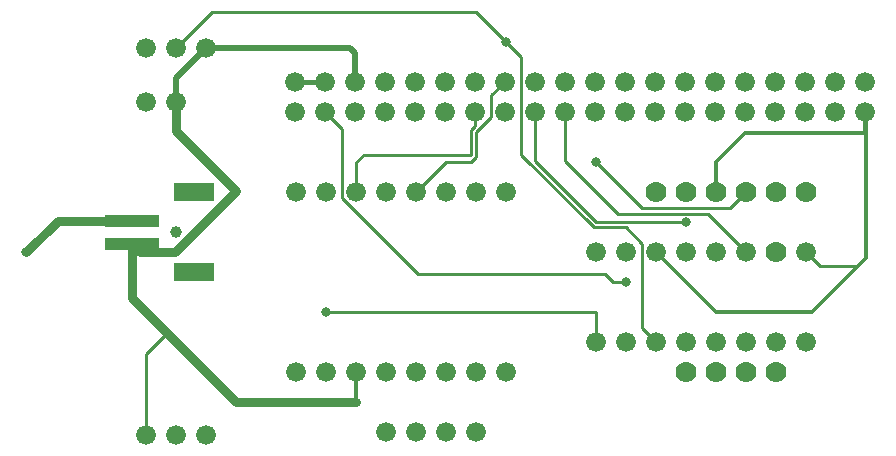
<source format=gbr>
%TF.GenerationSoftware,KiCad,Pcbnew,(6.0.7-1)-1*%
%TF.CreationDate,2022-09-05T19:59:37-07:00*%
%TF.ProjectId,KamiPCBv2,4b616d69-5043-4427-9632-2e6b69636164,rev?*%
%TF.SameCoordinates,Original*%
%TF.FileFunction,Copper,L2,Bot*%
%TF.FilePolarity,Positive*%
%FSLAX46Y46*%
G04 Gerber Fmt 4.6, Leading zero omitted, Abs format (unit mm)*
G04 Created by KiCad (PCBNEW (6.0.7-1)-1) date 2022-09-05 19:59:37*
%MOMM*%
%LPD*%
G01*
G04 APERTURE LIST*
G04 Aperture macros list*
%AMRoundRect*
0 Rectangle with rounded corners*
0 $1 Rounding radius*
0 $2 $3 $4 $5 $6 $7 $8 $9 X,Y pos of 4 corners*
0 Add a 4 corners polygon primitive as box body*
4,1,4,$2,$3,$4,$5,$6,$7,$8,$9,$2,$3,0*
0 Add four circle primitives for the rounded corners*
1,1,$1+$1,$2,$3*
1,1,$1+$1,$4,$5*
1,1,$1+$1,$6,$7*
1,1,$1+$1,$8,$9*
0 Add four rect primitives between the rounded corners*
20,1,$1+$1,$2,$3,$4,$5,0*
20,1,$1+$1,$4,$5,$6,$7,0*
20,1,$1+$1,$6,$7,$8,$9,0*
20,1,$1+$1,$8,$9,$2,$3,0*%
G04 Aperture macros list end*
%TA.AperFunction,SMDPad,CuDef*%
%ADD10R,3.400000X1.600000*%
%TD*%
%TA.AperFunction,SMDPad,CuDef*%
%ADD11R,4.600000X1.000000*%
%TD*%
%TA.AperFunction,ComponentPad*%
%ADD12C,1.778000*%
%TD*%
%TA.AperFunction,ComponentPad*%
%ADD13C,1.676400*%
%TD*%
%TA.AperFunction,SMDPad,CuDef*%
%ADD14RoundRect,0.500000X0.000000X0.000000X0.000000X0.000000X0.000000X0.000000X0.000000X0.000000X0*%
%TD*%
%TA.AperFunction,ViaPad*%
%ADD15C,0.800000*%
%TD*%
%TA.AperFunction,Conductor*%
%ADD16C,0.750000*%
%TD*%
%TA.AperFunction,Conductor*%
%ADD17C,0.406400*%
%TD*%
%TA.AperFunction,Conductor*%
%ADD18C,0.250000*%
%TD*%
%TA.AperFunction,Conductor*%
%ADD19C,0.254000*%
%TD*%
%TA.AperFunction,Conductor*%
%ADD20C,0.350000*%
%TD*%
%TA.AperFunction,Conductor*%
%ADD21C,0.500000*%
%TD*%
G04 APERTURE END LIST*
D10*
%TO.P,X1,NC2*%
%TO.N,N/C*%
X115800000Y-108400000D03*
%TO.P,X1,NC1*%
X115800000Y-101600000D03*
D11*
%TO.P,X1,*%
%TO.N,Batt+*%
X110600000Y-104000000D03*
%TO.N,GND*%
X110600000Y-106000000D03*
%TD*%
D12*
%TO.P,,2*%
%TO.N,N/C*%
X160020000Y-116840000D03*
%TD*%
%TO.P,,4*%
%TO.N,N/C*%
X165100000Y-116840000D03*
%TD*%
D13*
%TO.P,,*%
%TO.N,CH0*%
X149860000Y-114300000D03*
%TD*%
%TO.P,,11*%
%TO.N,GPIO24*%
X137160000Y-101600000D03*
%TD*%
%TO.P,,13*%
%TO.N,GPIO17*%
X132080000Y-101600000D03*
%TD*%
%TO.P,,*%
%TO.N,CH1*%
X152400000Y-114300000D03*
%TD*%
%TO.P,,*%
%TO.N,3.3V*%
X149860000Y-106680000D03*
%TD*%
D12*
%TO.P,,*%
%TO.N,GPIO16*%
X165100000Y-106680000D03*
%TD*%
D13*
%TO.P,,*%
%TO.N,CH2*%
X114300000Y-89360000D03*
%TD*%
%TO.P,,*%
%TO.N,CH2*%
X154940000Y-114300000D03*
%TD*%
%TO.P,,*%
%TO.N,M2+*%
X137160000Y-116840000D03*
%TD*%
%TO.P,,CH3*%
%TO.N,N/C*%
X157480000Y-114300000D03*
%TD*%
%TO.P,,6*%
%TO.N,GND*%
X129540000Y-116840000D03*
%TD*%
%TO.P,RPI1,1*%
%TO.N,3.3V*%
X124370757Y-94773271D03*
%TO.P,RPI1,2*%
%TO.N,5.0V*%
X124370757Y-92233271D03*
%TO.P,RPI1,3*%
%TO.N,SDA*%
X126910757Y-94773271D03*
%TO.P,RPI1,4*%
%TO.N,5.0V*%
X126910757Y-92233271D03*
%TO.P,RPI1,5*%
%TO.N,SCL*%
X129450757Y-94773271D03*
%TO.P,RPI1,6*%
%TO.N,GND*%
X129450757Y-92233271D03*
%TO.P,RPI1,7*%
%TO.N,GPIO4*%
X131990757Y-94773271D03*
%TO.P,RPI1,8*%
%TO.N,TXD*%
X131990757Y-92233271D03*
%TO.P,RPI1,9*%
%TO.N,GND*%
X134530757Y-94773271D03*
%TO.P,RPI1,10*%
%TO.N,RXD*%
X134530757Y-92233271D03*
%TO.P,RPI1,11*%
%TO.N,GPIO17*%
X137070757Y-94773271D03*
%TO.P,RPI1,12*%
%TO.N,GPIO18*%
X137070757Y-92233271D03*
%TO.P,RPI1,13*%
%TO.N,GPIO27*%
X139610757Y-94773271D03*
%TO.P,RPI1,14*%
%TO.N,GND*%
X139610757Y-92233271D03*
%TO.P,RPI1,15*%
%TO.N,GPIO22*%
X142150757Y-94773271D03*
%TO.P,RPI1,16*%
%TO.N,GPIO23*%
X142150757Y-92233271D03*
%TO.P,RPI1,17*%
%TO.N,3.3V*%
X144690757Y-94773271D03*
%TO.P,RPI1,18*%
%TO.N,GPIO24*%
X144690757Y-92233271D03*
%TO.P,RPI1,19*%
%TO.N,SPI_MOSI*%
X147230757Y-94773271D03*
%TO.P,RPI1,20*%
%TO.N,GND*%
X147230757Y-92233271D03*
%TO.P,RPI1,21*%
%TO.N,SPI_MISO*%
X149770757Y-94773271D03*
%TO.P,RPI1,22*%
%TO.N,GPIO25*%
X149770757Y-92233271D03*
%TO.P,RPI1,23*%
%TO.N,SPI_SCLK*%
X152310757Y-94773271D03*
%TO.P,RPI1,24*%
%TO.N,SPI_CE0*%
X152310757Y-92233271D03*
%TO.P,RPI1,25*%
%TO.N,GND*%
X154850757Y-94773271D03*
%TO.P,RPI1,26*%
%TO.N,SPI_CE1*%
X154850757Y-92233271D03*
%TO.P,RPI1,27*%
%TO.N,EEDATA*%
X157390757Y-94773271D03*
%TO.P,RPI1,28*%
%TO.N,EECLK*%
X157390757Y-92233271D03*
%TO.P,RPI1,29*%
%TO.N,GPIO5*%
X159930757Y-94773271D03*
%TO.P,RPI1,30*%
%TO.N,GND*%
X159930757Y-92233271D03*
%TO.P,RPI1,31*%
%TO.N,GPIO6*%
X162470757Y-94773271D03*
%TO.P,RPI1,32*%
%TO.N,GPIO12*%
X162470757Y-92233271D03*
%TO.P,RPI1,33*%
%TO.N,GPIO13*%
X165010757Y-94773271D03*
%TO.P,RPI1,34*%
%TO.N,GND*%
X165010757Y-92233271D03*
%TO.P,RPI1,35*%
%TO.N,GPIO19*%
X167550757Y-94773271D03*
%TO.P,RPI1,36*%
%TO.N,GPIO16*%
X167550757Y-92233271D03*
%TO.P,RPI1,37*%
%TO.N,GPIO26*%
X170090757Y-94773271D03*
%TO.P,RPI1,38*%
%TO.N,GPIO20*%
X170090757Y-92233271D03*
%TO.P,RPI1,39*%
%TO.N,GND*%
X172630757Y-94773271D03*
%TO.P,RPI1,40*%
%TO.N,GPIO21*%
X172630757Y-92233271D03*
%TD*%
%TO.P,,*%
%TO.N,M2+*%
X137160000Y-121920000D03*
%TD*%
%TO.P,,*%
%TO.N,M1-*%
X134620000Y-121920000D03*
%TD*%
%TO.P,,15*%
%TO.N,GPIO22*%
X127000000Y-101600000D03*
%TD*%
%TO.P,,8*%
%TO.N,5.0V*%
X124460000Y-116840000D03*
%TD*%
%TO.P,,14*%
%TO.N,GPIO27*%
X129540000Y-101600000D03*
%TD*%
%TO.P,,*%
%TO.N,GND*%
X167640000Y-106680000D03*
%TD*%
%TO.P,,*%
%TO.N,AN2*%
X111760000Y-89360000D03*
%TD*%
%TO.P,,*%
%TO.N,GND*%
X154940000Y-106680000D03*
%TD*%
%TO.P,,*%
%TO.N,M2-*%
X139700000Y-121920000D03*
%TD*%
%TO.P,,*%
%TO.N,CHRGR*%
X111760000Y-93980000D03*
%TD*%
%TO.P,,10*%
%TO.N,GPIO18*%
X139700000Y-101600000D03*
%TD*%
%TO.P,,16*%
%TO.N,GPIO13*%
X124460000Y-101600000D03*
%TD*%
%TO.P,,CH6*%
%TO.N,N/C*%
X165100000Y-114300000D03*
%TD*%
D14*
%TO.P,FID1,1*%
%TO.N,N/C*%
X114300000Y-105000000D03*
%TD*%
D13*
%TO.P,,*%
%TO.N,SPI_MISO*%
X160020000Y-106680000D03*
%TD*%
%TO.P,,*%
%TO.N,AN1*%
X114300000Y-122180029D03*
%TD*%
%TO.P,,*%
%TO.N,GND*%
X111760000Y-122180029D03*
%TD*%
%TO.P,,*%
%TO.N,3.3V*%
X152400000Y-106680000D03*
%TD*%
%TO.P,,CH4*%
%TO.N,N/C*%
X160020000Y-114300000D03*
%TD*%
%TO.P,,*%
%TO.N,M2-*%
X139700000Y-116840000D03*
%TD*%
%TO.P,,CH7*%
%TO.N,N/C*%
X167640000Y-114300000D03*
%TD*%
%TO.P,,*%
%TO.N,M1-*%
X134620000Y-116840000D03*
%TD*%
%TO.P,,*%
%TO.N,SPI_MOSI*%
X162560000Y-106680000D03*
%TD*%
%TO.P,,9*%
%TO.N,GND*%
X142240000Y-101600000D03*
%TD*%
D12*
%TO.P,JP1,*%
%TO.N,5.0V*%
X154940000Y-101600000D03*
%TO.N,GPIO26*%
X167640000Y-101600000D03*
%TO.P,JP1,2*%
%TO.N,SDA*%
X165100000Y-101600000D03*
%TO.P,JP1,3*%
%TO.N,SCL*%
X162560000Y-101600000D03*
%TO.P,JP1,4*%
%TO.N,GND*%
X160020000Y-101600000D03*
%TO.P,JP1,5*%
%TO.N,3.3V*%
X157480000Y-101600000D03*
%TD*%
D13*
%TO.P,,1*%
%TO.N,GND*%
X142240000Y-116840000D03*
%TD*%
%TO.P,,CH5*%
%TO.N,N/C*%
X162560000Y-114300000D03*
%TD*%
D12*
%TO.P,,1*%
%TO.N,N/C*%
X157480000Y-116840000D03*
%TD*%
D13*
%TO.P,,12*%
%TO.N,GPIO23*%
X134620000Y-101600000D03*
%TD*%
%TO.P,,7*%
%TO.N,5.0V*%
X127000000Y-116840000D03*
%TD*%
D12*
%TO.P,,3*%
%TO.N,N/C*%
X162560000Y-116840000D03*
%TD*%
D13*
%TO.P,,*%
%TO.N,M1+*%
X132080000Y-121920000D03*
%TD*%
%TO.P,,*%
%TO.N,M1+*%
X132080000Y-116840000D03*
%TD*%
%TO.P,,*%
%TO.N,GND*%
X116840000Y-89360000D03*
%TD*%
%TO.P,,*%
%TO.N,SPI_SCLK*%
X157480000Y-106680000D03*
%TD*%
%TO.P,,*%
%TO.N,CH1*%
X116840000Y-122180029D03*
%TD*%
%TO.P,,*%
%TO.N,GND*%
X114300000Y-93980000D03*
%TD*%
D15*
%TO.N,SDA*%
X152400000Y-109220000D03*
%TO.N,SCL*%
X149860000Y-99060000D03*
%TO.N,3.3V*%
X157480000Y-104140000D03*
%TO.N,CH2*%
X142240000Y-88900000D03*
%TO.N,CH0*%
X127000000Y-111760000D03*
%TO.N,Batt+*%
X101600000Y-106680000D03*
%TD*%
D16*
%TO.N,GND*%
X110600000Y-106000000D02*
X110600000Y-110600000D01*
X110600000Y-110600000D02*
X113525000Y-113525000D01*
X114300000Y-96450000D02*
X114300000Y-93980000D01*
X119380000Y-101530000D02*
X114300000Y-96450000D01*
X119380000Y-101530000D02*
X114230000Y-106680000D01*
X114230000Y-106680000D02*
X111280000Y-106680000D01*
X111280000Y-106680000D02*
X110600000Y-106000000D01*
%TO.N,Batt+*%
X110600000Y-104000000D02*
X104280000Y-104000000D01*
X104280000Y-104000000D02*
X101600000Y-106680000D01*
D17*
%TO.N,5.0V*%
X124370757Y-92233271D02*
X126910757Y-92233271D01*
D18*
%TO.N,SDA*%
X126910757Y-94773271D02*
X128376800Y-96239314D01*
X152400000Y-109220000D02*
X151310000Y-109220000D01*
X134789986Y-108495000D02*
X150585000Y-108495000D01*
X128376800Y-96239314D02*
X128376800Y-102081814D01*
X151310000Y-109220000D02*
X150585000Y-108495000D01*
X128376800Y-102081814D02*
X134789986Y-108495000D01*
%TO.N,SCL*%
X153765000Y-102965000D02*
X161195000Y-102965000D01*
X149860000Y-99060000D02*
X153765000Y-102965000D01*
X161195000Y-102965000D02*
X162560000Y-101600000D01*
D19*
%TO.N,GPIO27*%
X139242800Y-96330622D02*
X139242800Y-98413422D01*
X130186578Y-98413422D02*
X129540000Y-99060000D01*
X139242800Y-98413422D02*
X130186578Y-98413422D01*
X139610757Y-95962665D02*
X139242800Y-96330622D01*
X129540000Y-99060000D02*
X129540000Y-101600000D01*
X139610757Y-94773271D02*
X139610757Y-95962665D01*
D18*
%TO.N,SPI_MOSI*%
X162560000Y-106680000D02*
X159295000Y-103415000D01*
X159295000Y-103415000D02*
X151675000Y-103415000D01*
X147230757Y-98970757D02*
X147230757Y-94773271D01*
X151675000Y-103415000D02*
X147230757Y-98970757D01*
%TO.N,3.3V*%
X149860000Y-104140000D02*
X154940000Y-104140000D01*
X144690757Y-94773271D02*
X144690757Y-98970757D01*
X144690757Y-98970757D02*
X149860000Y-104140000D01*
D19*
X154940000Y-104140000D02*
X157480000Y-104140000D01*
D20*
%TO.N,GND*%
X129540000Y-119380000D02*
X129540000Y-116840000D01*
D18*
X171952856Y-107894000D02*
X172720000Y-107126856D01*
D20*
X160020000Y-111760000D02*
X154940000Y-106680000D01*
D21*
X116840000Y-89360000D02*
X128990757Y-89360000D01*
D20*
X162470757Y-96609243D02*
X160020000Y-99060000D01*
D21*
X128990757Y-89360000D02*
X129450757Y-89820000D01*
D20*
X172720000Y-94862514D02*
X172720000Y-107197566D01*
D18*
X111760000Y-122180029D02*
X111760000Y-115290000D01*
D20*
X172630757Y-96609243D02*
X172630757Y-94773271D01*
X160020000Y-99060000D02*
X160020000Y-101600000D01*
D21*
X114300000Y-91900000D02*
X116840000Y-89360000D01*
D16*
X113525000Y-113525000D02*
X119380000Y-119380000D01*
D21*
X114300000Y-93980000D02*
X114300000Y-91900000D01*
D20*
X172630757Y-96609243D02*
X162470757Y-96609243D01*
D18*
X168854000Y-107894000D02*
X171952856Y-107894000D01*
X111760000Y-115290000D02*
X113525000Y-113525000D01*
D20*
X172630757Y-94773271D02*
X172720000Y-94862514D01*
X172720000Y-107197566D02*
X168157566Y-111760000D01*
D18*
X167640000Y-106680000D02*
X168854000Y-107894000D01*
D16*
X119380000Y-119380000D02*
X129540000Y-119380000D01*
D21*
X129450757Y-89820000D02*
X129450757Y-92233271D01*
D20*
X168157566Y-111760000D02*
X160020000Y-111760000D01*
D19*
%TO.N,GPIO23*%
X139700000Y-98609758D02*
X139700000Y-96520000D01*
X139249758Y-99060000D02*
X139700000Y-98609758D01*
X134620000Y-101600000D02*
X137160000Y-99060000D01*
X137160000Y-99060000D02*
X139249758Y-99060000D01*
X140982357Y-93401671D02*
X142150757Y-92233271D01*
X139700000Y-96520000D02*
X140982357Y-95237643D01*
X140982357Y-95237643D02*
X140982357Y-93401671D01*
D18*
%TO.N,CH2*%
X142275114Y-88900000D02*
X143527557Y-90152443D01*
X114300000Y-89360000D02*
X117300000Y-86360000D01*
X117300000Y-86360000D02*
X139700000Y-86360000D01*
X153776800Y-113136800D02*
X154940000Y-114300000D01*
X143527557Y-98446781D02*
X149670776Y-104590000D01*
X139700000Y-86360000D02*
X142240000Y-88900000D01*
X152400000Y-104590000D02*
X153776800Y-105966800D01*
X142240000Y-88900000D02*
X142275114Y-88900000D01*
X149670776Y-104590000D02*
X152400000Y-104590000D01*
X153776800Y-105966800D02*
X153776800Y-113136800D01*
X143527557Y-90152443D02*
X143527557Y-98446781D01*
%TO.N,CH0*%
X127000000Y-111760000D02*
X149860000Y-111760000D01*
X149860000Y-111760000D02*
X149860000Y-114300000D01*
%TD*%
M02*

</source>
